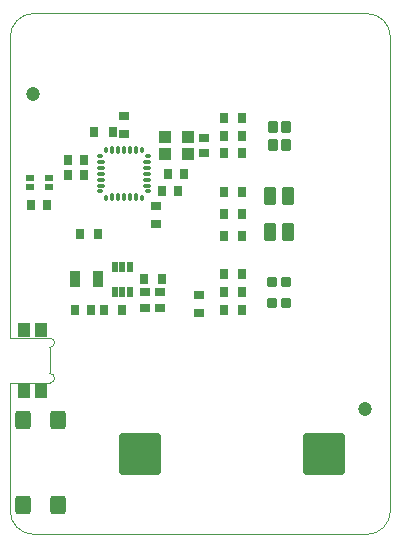
<source format=gtp>
G04*
G04 #@! TF.GenerationSoftware,Altium Limited,Altium Designer,21.6.4 (81)*
G04*
G04 Layer_Color=8421504*
%FSLAX44Y44*%
%MOMM*%
G71*
G04*
G04 #@! TF.SameCoordinates,6DE2C221-B64E-46BB-9673-D02FF606FF1F*
G04*
G04*
G04 #@! TF.FilePolarity,Positive*
G04*
G01*
G75*
%ADD10C,0.1000*%
G04:AMPARAMS|DCode=11|XSize=0.5mm|YSize=0.9mm|CornerRadius=0.0625mm|HoleSize=0mm|Usage=FLASHONLY|Rotation=180.000|XOffset=0mm|YOffset=0mm|HoleType=Round|Shape=RoundedRectangle|*
%AMROUNDEDRECTD11*
21,1,0.5000,0.7750,0,0,180.0*
21,1,0.3750,0.9000,0,0,180.0*
1,1,0.1250,-0.1875,0.3875*
1,1,0.1250,0.1875,0.3875*
1,1,0.1250,0.1875,-0.3875*
1,1,0.1250,-0.1875,-0.3875*
%
%ADD11ROUNDEDRECTD11*%
G04:AMPARAMS|DCode=12|XSize=0.85mm|YSize=0.65mm|CornerRadius=0.0325mm|HoleSize=0mm|Usage=FLASHONLY|Rotation=180.000|XOffset=0mm|YOffset=0mm|HoleType=Round|Shape=RoundedRectangle|*
%AMROUNDEDRECTD12*
21,1,0.8500,0.5850,0,0,180.0*
21,1,0.7850,0.6500,0,0,180.0*
1,1,0.0650,-0.3925,0.2925*
1,1,0.0650,0.3925,0.2925*
1,1,0.0650,0.3925,-0.2925*
1,1,0.0650,-0.3925,-0.2925*
%
%ADD12ROUNDEDRECTD12*%
G04:AMPARAMS|DCode=13|XSize=0.8mm|YSize=0.75mm|CornerRadius=0.0375mm|HoleSize=0mm|Usage=FLASHONLY|Rotation=90.000|XOffset=0mm|YOffset=0mm|HoleType=Round|Shape=RoundedRectangle|*
%AMROUNDEDRECTD13*
21,1,0.8000,0.6750,0,0,90.0*
21,1,0.7250,0.7500,0,0,90.0*
1,1,0.0750,0.3375,0.3625*
1,1,0.0750,0.3375,-0.3625*
1,1,0.0750,-0.3375,-0.3625*
1,1,0.0750,-0.3375,0.3625*
%
%ADD13ROUNDEDRECTD13*%
G04:AMPARAMS|DCode=14|XSize=1mm|YSize=0.8mm|CornerRadius=0.08mm|HoleSize=0mm|Usage=FLASHONLY|Rotation=270.000|XOffset=0mm|YOffset=0mm|HoleType=Round|Shape=RoundedRectangle|*
%AMROUNDEDRECTD14*
21,1,1.0000,0.6400,0,0,270.0*
21,1,0.8400,0.8000,0,0,270.0*
1,1,0.1600,-0.3200,-0.4200*
1,1,0.1600,-0.3200,0.4200*
1,1,0.1600,0.3200,0.4200*
1,1,0.1600,0.3200,-0.4200*
%
%ADD14ROUNDEDRECTD14*%
G04:AMPARAMS|DCode=15|XSize=1.4mm|YSize=0.9mm|CornerRadius=0.0675mm|HoleSize=0mm|Usage=FLASHONLY|Rotation=90.000|XOffset=0mm|YOffset=0mm|HoleType=Round|Shape=RoundedRectangle|*
%AMROUNDEDRECTD15*
21,1,1.4000,0.7650,0,0,90.0*
21,1,1.2650,0.9000,0,0,90.0*
1,1,0.1350,0.3825,0.6325*
1,1,0.1350,0.3825,-0.6325*
1,1,0.1350,-0.3825,-0.6325*
1,1,0.1350,-0.3825,0.6325*
%
%ADD15ROUNDEDRECTD15*%
G04:AMPARAMS|DCode=16|XSize=1.4mm|YSize=1.6mm|CornerRadius=0.35mm|HoleSize=0mm|Usage=FLASHONLY|Rotation=0.000|XOffset=0mm|YOffset=0mm|HoleType=Round|Shape=RoundedRectangle|*
%AMROUNDEDRECTD16*
21,1,1.4000,0.9000,0,0,0.0*
21,1,0.7000,1.6000,0,0,0.0*
1,1,0.7000,0.3500,-0.4500*
1,1,0.7000,-0.3500,-0.4500*
1,1,0.7000,-0.3500,0.4500*
1,1,0.7000,0.3500,0.4500*
%
%ADD16ROUNDEDRECTD16*%
G04:AMPARAMS|DCode=17|XSize=0.3mm|YSize=0.5mm|CornerRadius=0.075mm|HoleSize=0mm|Usage=FLASHONLY|Rotation=270.000|XOffset=0mm|YOffset=0mm|HoleType=Round|Shape=RoundedRectangle|*
%AMROUNDEDRECTD17*
21,1,0.3000,0.3500,0,0,270.0*
21,1,0.1500,0.5000,0,0,270.0*
1,1,0.1500,-0.1750,-0.0750*
1,1,0.1500,-0.1750,0.0750*
1,1,0.1500,0.1750,0.0750*
1,1,0.1500,0.1750,-0.0750*
%
%ADD17ROUNDEDRECTD17*%
G04:AMPARAMS|DCode=18|XSize=0.3mm|YSize=0.6mm|CornerRadius=0.075mm|HoleSize=0mm|Usage=FLASHONLY|Rotation=270.000|XOffset=0mm|YOffset=0mm|HoleType=Round|Shape=RoundedRectangle|*
%AMROUNDEDRECTD18*
21,1,0.3000,0.4500,0,0,270.0*
21,1,0.1500,0.6000,0,0,270.0*
1,1,0.1500,-0.2250,-0.0750*
1,1,0.1500,-0.2250,0.0750*
1,1,0.1500,0.2250,0.0750*
1,1,0.1500,0.2250,-0.0750*
%
%ADD18ROUNDEDRECTD18*%
G04:AMPARAMS|DCode=19|XSize=0.3mm|YSize=0.5mm|CornerRadius=0.075mm|HoleSize=0mm|Usage=FLASHONLY|Rotation=180.000|XOffset=0mm|YOffset=0mm|HoleType=Round|Shape=RoundedRectangle|*
%AMROUNDEDRECTD19*
21,1,0.3000,0.3500,0,0,180.0*
21,1,0.1500,0.5000,0,0,180.0*
1,1,0.1500,-0.0750,0.1750*
1,1,0.1500,0.0750,0.1750*
1,1,0.1500,0.0750,-0.1750*
1,1,0.1500,-0.0750,-0.1750*
%
%ADD19ROUNDEDRECTD19*%
G04:AMPARAMS|DCode=20|XSize=0.3mm|YSize=0.6mm|CornerRadius=0.075mm|HoleSize=0mm|Usage=FLASHONLY|Rotation=180.000|XOffset=0mm|YOffset=0mm|HoleType=Round|Shape=RoundedRectangle|*
%AMROUNDEDRECTD20*
21,1,0.3000,0.4500,0,0,180.0*
21,1,0.1500,0.6000,0,0,180.0*
1,1,0.1500,-0.0750,0.2250*
1,1,0.1500,0.0750,0.2250*
1,1,0.1500,0.0750,-0.2250*
1,1,0.1500,-0.0750,-0.2250*
%
%ADD20ROUNDEDRECTD20*%
G04:AMPARAMS|DCode=21|XSize=0.9mm|YSize=0.8mm|CornerRadius=0.1mm|HoleSize=0mm|Usage=FLASHONLY|Rotation=270.000|XOffset=0mm|YOffset=0mm|HoleType=Round|Shape=RoundedRectangle|*
%AMROUNDEDRECTD21*
21,1,0.9000,0.6000,0,0,270.0*
21,1,0.7000,0.8000,0,0,270.0*
1,1,0.2000,-0.3000,-0.3500*
1,1,0.2000,-0.3000,0.3500*
1,1,0.2000,0.3000,0.3500*
1,1,0.2000,0.3000,-0.3500*
%
%ADD21ROUNDEDRECTD21*%
G04:AMPARAMS|DCode=22|XSize=1.5mm|YSize=1.1mm|CornerRadius=0.1375mm|HoleSize=0mm|Usage=FLASHONLY|Rotation=270.000|XOffset=0mm|YOffset=0mm|HoleType=Round|Shape=RoundedRectangle|*
%AMROUNDEDRECTD22*
21,1,1.5000,0.8250,0,0,270.0*
21,1,1.2250,1.1000,0,0,270.0*
1,1,0.2750,-0.4125,-0.6125*
1,1,0.2750,-0.4125,0.6125*
1,1,0.2750,0.4125,0.6125*
1,1,0.2750,0.4125,-0.6125*
%
%ADD22ROUNDEDRECTD22*%
%ADD23C,1.2000*%
G04:AMPARAMS|DCode=24|XSize=3.5mm|YSize=3.6mm|CornerRadius=0.175mm|HoleSize=0mm|Usage=FLASHONLY|Rotation=0.000|XOffset=0mm|YOffset=0mm|HoleType=Round|Shape=RoundedRectangle|*
%AMROUNDEDRECTD24*
21,1,3.5000,3.2500,0,0,0.0*
21,1,3.1500,3.6000,0,0,0.0*
1,1,0.3500,1.5750,-1.6250*
1,1,0.3500,-1.5750,-1.6250*
1,1,0.3500,-1.5750,1.6250*
1,1,0.3500,1.5750,1.6250*
%
%ADD24ROUNDEDRECTD24*%
G04:AMPARAMS|DCode=25|XSize=0.52mm|YSize=0.725mm|CornerRadius=0.065mm|HoleSize=0mm|Usage=FLASHONLY|Rotation=90.000|XOffset=0mm|YOffset=0mm|HoleType=Round|Shape=RoundedRectangle|*
%AMROUNDEDRECTD25*
21,1,0.5200,0.5950,0,0,90.0*
21,1,0.3900,0.7250,0,0,90.0*
1,1,0.1300,0.2975,0.1950*
1,1,0.1300,0.2975,-0.1950*
1,1,0.1300,-0.2975,-0.1950*
1,1,0.1300,-0.2975,0.1950*
%
%ADD25ROUNDEDRECTD25*%
G04:AMPARAMS|DCode=26|XSize=0.522mm|YSize=0.725mm|CornerRadius=0.0653mm|HoleSize=0mm|Usage=FLASHONLY|Rotation=90.000|XOffset=0mm|YOffset=0mm|HoleType=Round|Shape=RoundedRectangle|*
%AMROUNDEDRECTD26*
21,1,0.5220,0.5945,0,0,90.0*
21,1,0.3915,0.7250,0,0,90.0*
1,1,0.1305,0.2973,0.1958*
1,1,0.1305,0.2973,-0.1958*
1,1,0.1305,-0.2973,-0.1958*
1,1,0.1305,-0.2973,0.1958*
%
%ADD26ROUNDEDRECTD26*%
G04:AMPARAMS|DCode=27|XSize=1.1mm|YSize=1mm|CornerRadius=0.05mm|HoleSize=0mm|Usage=FLASHONLY|Rotation=180.000|XOffset=0mm|YOffset=0mm|HoleType=Round|Shape=RoundedRectangle|*
%AMROUNDEDRECTD27*
21,1,1.1000,0.9000,0,0,180.0*
21,1,1.0000,1.0000,0,0,180.0*
1,1,0.1000,-0.5000,0.4500*
1,1,0.1000,0.5000,0.4500*
1,1,0.1000,0.5000,-0.4500*
1,1,0.1000,-0.5000,-0.4500*
%
%ADD27ROUNDEDRECTD27*%
G04:AMPARAMS|DCode=28|XSize=1.2mm|YSize=1.05mm|CornerRadius=0.105mm|HoleSize=0mm|Usage=FLASHONLY|Rotation=90.000|XOffset=0mm|YOffset=0mm|HoleType=Round|Shape=RoundedRectangle|*
%AMROUNDEDRECTD28*
21,1,1.2000,0.8400,0,0,90.0*
21,1,0.9900,1.0500,0,0,90.0*
1,1,0.2100,0.4200,0.4950*
1,1,0.2100,0.4200,-0.4950*
1,1,0.2100,-0.4200,-0.4950*
1,1,0.2100,-0.4200,0.4950*
%
%ADD28ROUNDEDRECTD28*%
G04:AMPARAMS|DCode=29|XSize=0.85mm|YSize=0.65mm|CornerRadius=0.0325mm|HoleSize=0mm|Usage=FLASHONLY|Rotation=90.000|XOffset=0mm|YOffset=0mm|HoleType=Round|Shape=RoundedRectangle|*
%AMROUNDEDRECTD29*
21,1,0.8500,0.5850,0,0,90.0*
21,1,0.7850,0.6500,0,0,90.0*
1,1,0.0650,0.2925,0.3925*
1,1,0.0650,0.2925,-0.3925*
1,1,0.0650,-0.2925,-0.3925*
1,1,0.0650,-0.2925,0.3925*
%
%ADD29ROUNDEDRECTD29*%
G04:AMPARAMS|DCode=30|XSize=0.8mm|YSize=0.75mm|CornerRadius=0.0375mm|HoleSize=0mm|Usage=FLASHONLY|Rotation=180.000|XOffset=0mm|YOffset=0mm|HoleType=Round|Shape=RoundedRectangle|*
%AMROUNDEDRECTD30*
21,1,0.8000,0.6750,0,0,180.0*
21,1,0.7250,0.7500,0,0,180.0*
1,1,0.0750,-0.3625,0.3375*
1,1,0.0750,0.3625,0.3375*
1,1,0.0750,0.3625,-0.3375*
1,1,0.0750,-0.3625,-0.3375*
%
%ADD30ROUNDEDRECTD30*%
D10*
X33576Y128270D02*
G03*
X33576Y136270I0J4000D01*
G01*
Y158270D02*
G03*
X33576Y166270I0J4000D01*
G01*
X0Y20000D02*
G03*
X20000Y-0I20000J0D01*
G01*
X302000D02*
G03*
X322000Y20000I0J20000D01*
G01*
X322000Y421000D02*
G03*
X302000Y441000I-20000J0D01*
G01*
X20000D02*
G03*
X0Y421000I0J-20000D01*
G01*
X0Y20000D02*
Y128270D01*
X0Y166270D02*
Y421000D01*
X0Y128270D02*
X33576D01*
Y136270D02*
Y158270D01*
X0Y166270D02*
X33576D01*
X20000Y441000D02*
X302000Y441000D01*
X322000Y421000D02*
X322000Y20000D01*
X20000Y-0D02*
X302000D01*
D11*
X88482Y205111D02*
D03*
X94982D02*
D03*
X101482D02*
D03*
Y226611D02*
D03*
X94982D02*
D03*
X88482D02*
D03*
D12*
X123453Y278156D02*
D03*
Y262656D02*
D03*
X159773Y187479D02*
D03*
Y202979D02*
D03*
X96331Y338622D02*
D03*
Y354122D02*
D03*
D13*
X62750Y304000D02*
D03*
X49250D02*
D03*
X128557Y290358D02*
D03*
X142057D02*
D03*
X134057Y305358D02*
D03*
X147557D02*
D03*
X18045Y278594D02*
D03*
X31545D02*
D03*
X49250Y317000D02*
D03*
X62750D02*
D03*
X68268Y190145D02*
D03*
X54768D02*
D03*
D14*
X233147Y344865D02*
D03*
X222147Y329865D02*
D03*
Y344865D02*
D03*
X233147Y329865D02*
D03*
D15*
X54768Y215861D02*
D03*
X74768D02*
D03*
D16*
X10515Y96624D02*
D03*
X40515D02*
D03*
Y24624D02*
D03*
X10515D02*
D03*
D17*
X116581Y290358D02*
D03*
Y320358D02*
D03*
X76081D02*
D03*
Y290358D02*
D03*
D18*
X116081Y295358D02*
D03*
Y300358D02*
D03*
Y305358D02*
D03*
Y310358D02*
D03*
Y315358D02*
D03*
X76581D02*
D03*
Y310358D02*
D03*
Y305358D02*
D03*
Y300358D02*
D03*
Y295358D02*
D03*
D19*
X81331Y285108D02*
D03*
X111331D02*
D03*
X81331Y325608D02*
D03*
X111331D02*
D03*
D20*
X86331Y285608D02*
D03*
X91331D02*
D03*
X96331D02*
D03*
X101331D02*
D03*
X106331D02*
D03*
X96331Y325108D02*
D03*
X91331D02*
D03*
X86331D02*
D03*
X106331D02*
D03*
X101331D02*
D03*
D21*
X221647Y196032D02*
D03*
Y214032D02*
D03*
X233647Y196032D02*
D03*
Y214032D02*
D03*
D22*
X235147Y286198D02*
D03*
X235147Y256198D02*
D03*
X220147Y286198D02*
D03*
X220147Y256198D02*
D03*
D23*
X300865Y106477D02*
D03*
X19647Y372782D02*
D03*
D24*
X265317Y67808D02*
D03*
X110317D02*
D03*
D25*
X33201Y302108D02*
D03*
X16451D02*
D03*
D26*
Y293888D02*
D03*
X33201D02*
D03*
D27*
X150307Y321721D02*
D03*
X131307Y336721D02*
D03*
X150307D02*
D03*
X131307Y321721D02*
D03*
D28*
X11576Y121270D02*
D03*
Y173269D02*
D03*
X26076D02*
D03*
Y121270D02*
D03*
D29*
X128541Y215861D02*
D03*
X113041D02*
D03*
X71409Y340606D02*
D03*
X86909D02*
D03*
X79441Y190145D02*
D03*
X94942D02*
D03*
X74279Y253993D02*
D03*
X58780D02*
D03*
X196341Y271198D02*
D03*
X180841D02*
D03*
X196341Y289448D02*
D03*
X180841D02*
D03*
X196341Y252948D02*
D03*
X180841D02*
D03*
X196341Y189773D02*
D03*
X180841D02*
D03*
X196341Y205032D02*
D03*
X180841D02*
D03*
X196341Y220375D02*
D03*
X180841D02*
D03*
X196341Y323002D02*
D03*
X180841D02*
D03*
X196341Y337365D02*
D03*
X180841D02*
D03*
X196341Y352627D02*
D03*
X180841D02*
D03*
D30*
X163808Y322471D02*
D03*
Y335971D02*
D03*
X126924Y191459D02*
D03*
Y204959D02*
D03*
X114373Y191459D02*
D03*
Y204959D02*
D03*
M02*

</source>
